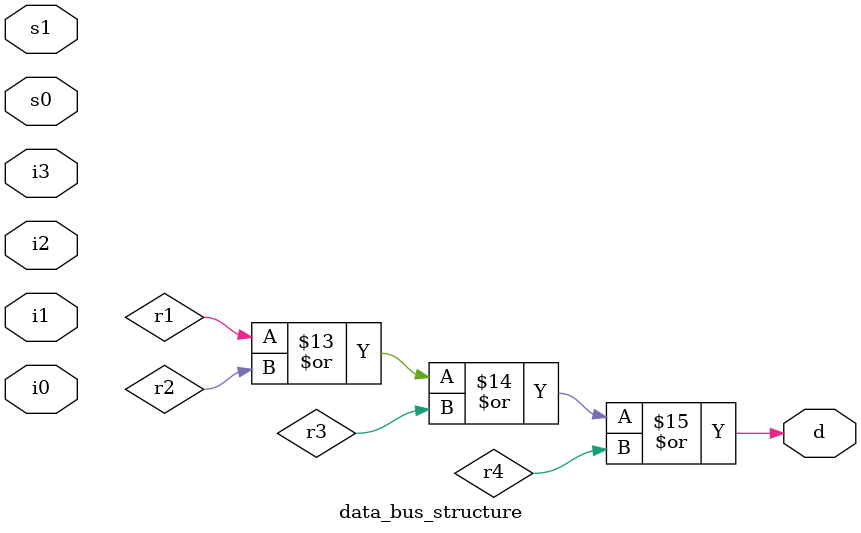
<source format=v>
`timescale 1ns / 1ps
module data_bus_structure(
    input wire s1,
    input wire s0,
    input wire i0,
    input wire i1,
    input wire i2,
    input wire i3,
    output wire d
    );

wire r1, r2, r3, r4;

and(~s1, ~s0, i0, r1);
and(~s1, s0, i1, r2);
and(s1, ~s0, i2, r3);
and(s1, s0, i3, r4);

assign d = r1 | r2 | r3 | r4;

endmodule

</source>
